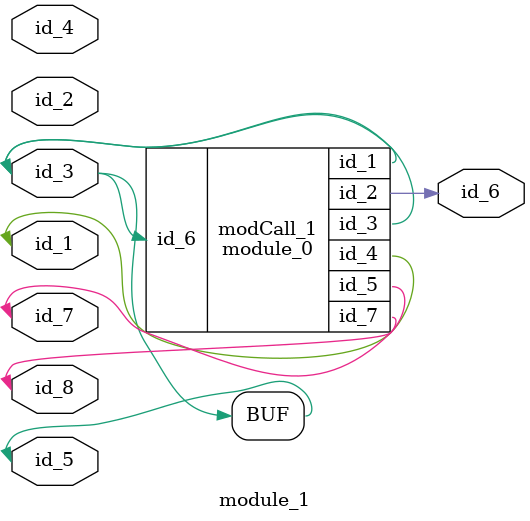
<source format=v>
module module_0 (
    id_1,
    id_2,
    id_3,
    id_4,
    id_5,
    id_6,
    id_7
);
  inout wire id_7;
  input wire id_6;
  inout wire id_5;
  inout wire id_4;
  inout wire id_3;
  output wand id_2;
  inout wire id_1;
  assign id_2 = -1;
endmodule
module module_1 (
    id_1,
    id_2,
    id_3,
    id_4,
    id_5,
    id_6,
    id_7,
    id_8
);
  inout wire id_8;
  inout wire id_7;
  output wire id_6;
  inout wire id_5;
  input wire id_4;
  inout wire id_3;
  input wire id_2;
  inout wire id_1;
  assign id_5 = id_3;
  module_0 modCall_1 (
      id_3,
      id_6,
      id_5,
      id_1,
      id_7,
      id_5,
      id_8
  );
endmodule

</source>
